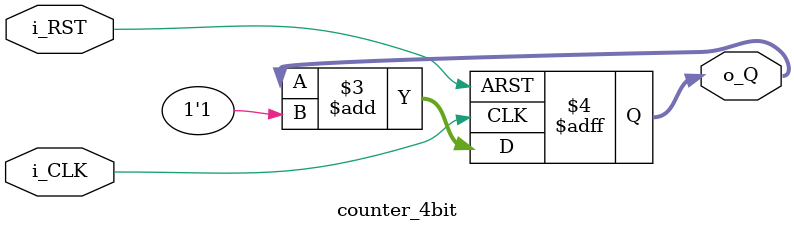
<source format=v>
`timescale 1ns / 1ps


module counter_4bit(
input i_CLK,
input i_RST,
output reg [3:0] o_Q
    );
    
    
always@(posedge(i_CLK),posedge(i_RST))
begin
    if(i_RST == 1)
        begin
            o_Q <= 4'd0;
        end        
    else
        begin
            o_Q <= o_Q + 1'b1;
        end
end
endmodule

</source>
